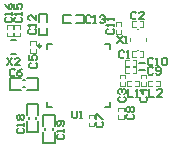
<source format=gto>
G04*
G04 #@! TF.GenerationSoftware,Altium Limited,Altium Designer,19.0.15 (446)*
G04*
G04 Layer_Color=65535*
%FSLAX24Y24*%
%MOIN*%
G70*
G01*
G75*
%ADD10C,0.0098*%
%ADD11C,0.0060*%
%ADD12C,0.0049*%
%ADD13C,0.0079*%
%ADD14C,0.0059*%
%ADD15C,0.0050*%
D10*
X-1250Y984D02*
G03*
X-1250Y984I-49J0D01*
G01*
D11*
X2010Y415D02*
X2220D01*
X2010Y185D02*
X2220D01*
X-522Y1738D02*
Y2014D01*
X187Y1738D02*
Y2014D01*
X-69Y1738D02*
X187D01*
X-522D02*
X-266D01*
X-69Y2014D02*
X187D01*
X-522D02*
X-266D01*
X-2274Y-79D02*
X-1909D01*
X-1713D02*
X-1348D01*
X-2274Y-472D02*
X-1909D01*
X-1713D02*
X-1348D01*
Y-79D01*
X-2274Y-472D02*
Y-79D01*
X-1043Y1791D02*
Y2047D01*
Y1339D02*
Y1594D01*
X-1319Y1791D02*
Y2047D01*
Y1339D02*
Y1594D01*
Y1339D02*
X-1043D01*
X-1319Y2047D02*
X-1043D01*
X-1732Y-1880D02*
Y-1516D01*
Y-1319D02*
Y-955D01*
X-1339Y-1880D02*
Y-1516D01*
Y-1319D02*
Y-955D01*
X-1732D02*
X-1339D01*
X-1732Y-1880D02*
X-1339D01*
X-1181Y-2234D02*
Y-1870D01*
Y-1673D02*
Y-1309D01*
X-787Y-2234D02*
Y-1870D01*
Y-1673D02*
Y-1309D01*
X-1181D02*
X-787D01*
X-1181Y-2234D02*
X-787D01*
D12*
X1547Y98D02*
Y272D01*
X1933Y98D02*
Y272D01*
X1809Y98D02*
X1933D01*
X1547D02*
X1671D01*
X1809Y272D02*
X1933D01*
X1547D02*
X1671D01*
X1809Y328D02*
X1933D01*
X1547D02*
X1671D01*
X1809Y502D02*
X1933D01*
X1547D02*
X1671D01*
X1547Y328D02*
Y502D01*
X1933Y328D02*
X1933Y502D01*
X1425Y1778D02*
X1425Y1654D01*
Y1392D02*
Y1516D01*
X1252Y1654D02*
Y1778D01*
Y1392D02*
Y1516D01*
Y1392D02*
X1425D01*
X1252Y1778D02*
X1425D01*
X1777Y802D02*
X1901D01*
X2039D02*
X2163D01*
X1777Y628D02*
X1901D01*
X2039D02*
X2163D01*
Y802D01*
X1777Y628D02*
Y802D01*
X1962Y859D02*
X1978Y859D01*
X1702Y1166D02*
Y1244D01*
X1962Y1551D02*
X1978D01*
X2238Y1166D02*
X2238Y1244D01*
X2039Y1628D02*
X2163Y1628D01*
X1777D02*
X1901Y1628D01*
X2039Y1802D02*
X2163Y1802D01*
X1777Y1802D02*
X1901D01*
X1777Y1628D02*
Y1802D01*
X2163Y1628D02*
Y1802D01*
X2713Y-362D02*
Y-189D01*
X2327Y-362D02*
Y-189D01*
X2451D01*
X2589D02*
X2713D01*
X2327Y-362D02*
X2451D01*
X2589D02*
X2713D01*
X337Y-1689D02*
Y-1565D01*
Y-1427D02*
Y-1303D01*
X510Y-1689D02*
Y-1565D01*
Y-1427D02*
Y-1303D01*
X337D02*
X510D01*
X337Y-1689D02*
X510D01*
X1331Y-1453D02*
Y-1329D01*
Y-1191D02*
Y-1067D01*
X1504Y-1453D02*
Y-1329D01*
Y-1191D02*
Y-1067D01*
X1331D02*
X1504D01*
X1331Y-1453D02*
X1504D01*
X-1429Y1024D02*
Y1148D01*
Y762D02*
Y886D01*
X-1602Y1024D02*
Y1148D01*
Y762D02*
Y886D01*
Y762D02*
X-1429D01*
X-1602Y1148D02*
X-1429D01*
X1370Y-350D02*
Y-226D01*
Y-89D02*
Y35D01*
X1543Y-350D02*
Y-226D01*
Y-89D02*
Y35D01*
X1370D02*
X1543D01*
X1370Y-350D02*
X1543D01*
X2004Y-362D02*
Y-189D01*
X1618Y-362D02*
Y-189D01*
X1742D01*
X1880D02*
X2004D01*
X1618Y-362D02*
X1742D01*
X1880D02*
X2004D01*
X-2197Y1565D02*
Y1689D01*
Y1303D02*
Y1427D01*
X-2370Y1565D02*
Y1689D01*
Y1303D02*
Y1427D01*
Y1303D02*
X-2197D01*
X-2370Y1689D02*
X-2197D01*
X-1961Y1565D02*
Y1689D01*
Y1303D02*
Y1427D01*
X-2134Y1565D02*
Y1689D01*
Y1303D02*
Y1427D01*
Y1303D02*
X-1961D01*
X-2134Y1689D02*
X-1961D01*
X2079Y-350D02*
Y-226D01*
Y-89D02*
Y35D01*
X2252Y-350D02*
Y-226D01*
Y-89D02*
Y35D01*
X2079D02*
X2252D01*
X2079Y-350D02*
X2252D01*
D13*
X-2260Y709D02*
X-2071D01*
X-2260Y1181D02*
X-2071D01*
X-1850Y-157D02*
X-1772D01*
X-1850Y-394D02*
X-1772D01*
X-1654Y-1457D02*
Y-1378D01*
X-1417Y-1457D02*
Y-1378D01*
X-1102Y-1811D02*
Y-1732D01*
X-866Y-1811D02*
Y-1732D01*
D14*
X-1043Y-1043D02*
X-896D01*
X-1043D02*
Y-896D01*
X896Y-1043D02*
X1043D01*
Y-896D01*
Y896D02*
Y1043D01*
X896D02*
X1043D01*
X-1043D02*
X-896D01*
X-1043Y896D02*
Y1043D01*
D15*
X973Y1554D02*
X931Y1513D01*
Y1429D01*
X973Y1388D01*
X1139D01*
X1181Y1429D01*
Y1513D01*
X1139Y1554D01*
X1181Y1638D02*
Y1721D01*
Y1679D01*
X931D01*
X973Y1638D01*
X1181Y1846D02*
Y1929D01*
Y1888D01*
X931D01*
X973Y1846D01*
X2487Y548D02*
X2445Y590D01*
X2362D01*
X2320Y548D01*
Y382D01*
X2362Y340D01*
X2445D01*
X2487Y382D01*
X2570Y340D02*
X2653D01*
X2612D01*
Y590D01*
X2570Y548D01*
X2778D02*
X2820Y590D01*
X2903D01*
X2945Y548D01*
Y382D01*
X2903Y340D01*
X2820D01*
X2778Y382D01*
Y548D01*
X1527Y798D02*
X1485Y840D01*
X1402D01*
X1360Y798D01*
Y632D01*
X1402Y590D01*
X1485D01*
X1527Y632D01*
X1610Y590D02*
X1693D01*
X1652D01*
Y840D01*
X1610Y798D01*
X1300Y1330D02*
X1467Y1080D01*
Y1330D02*
X1300Y1080D01*
X1550D02*
X1633D01*
X1592D01*
Y1330D01*
X1550Y1288D01*
X1927Y2078D02*
X1885Y2120D01*
X1802D01*
X1760Y2078D01*
Y1912D01*
X1802Y1870D01*
X1885D01*
X1927Y1912D01*
X2177Y1870D02*
X2010D01*
X2177Y2037D01*
Y2078D01*
X2135Y2120D01*
X2052D01*
X2010Y2078D01*
X2487Y238D02*
X2445Y280D01*
X2362D01*
X2320Y238D01*
Y72D01*
X2362Y30D01*
X2445D01*
X2487Y72D01*
X2570D02*
X2612Y30D01*
X2695D01*
X2737Y72D01*
Y238D01*
X2695Y280D01*
X2612D01*
X2570Y238D01*
Y197D01*
X2612Y155D01*
X2737D01*
X413Y1960D02*
X371Y2002D01*
X288D01*
X246Y1960D01*
Y1794D01*
X288Y1752D01*
X371D01*
X413Y1794D01*
X496Y1752D02*
X579D01*
X538D01*
Y2002D01*
X496Y1960D01*
X704D02*
X746Y2002D01*
X829D01*
X871Y1960D01*
Y1919D01*
X829Y1877D01*
X788D01*
X829D01*
X871Y1835D01*
Y1794D01*
X829Y1752D01*
X746D01*
X704Y1794D01*
X2362Y-449D02*
Y-699D01*
X2529D01*
X2779D02*
X2612D01*
X2779Y-532D01*
Y-491D01*
X2737Y-449D01*
X2654D01*
X2612Y-491D01*
X-681Y-1959D02*
X-722Y-2001D01*
Y-2084D01*
X-681Y-2126D01*
X-514D01*
X-472Y-2084D01*
Y-2001D01*
X-514Y-1959D01*
X-472Y-1876D02*
Y-1793D01*
Y-1834D01*
X-722D01*
X-681Y-1876D01*
X-514Y-1668D02*
X-472Y-1626D01*
Y-1543D01*
X-514Y-1501D01*
X-681D01*
X-722Y-1543D01*
Y-1626D01*
X-681Y-1668D01*
X-639D01*
X-597Y-1626D01*
Y-1501D01*
X-2019Y-1763D02*
X-2061Y-1804D01*
Y-1887D01*
X-2019Y-1929D01*
X-1853D01*
X-1811Y-1887D01*
Y-1804D01*
X-1853Y-1763D01*
X-1811Y-1679D02*
Y-1596D01*
Y-1638D01*
X-2061D01*
X-2019Y-1679D01*
Y-1471D02*
X-2061Y-1429D01*
Y-1346D01*
X-2019Y-1304D01*
X-1978D01*
X-1936Y-1346D01*
X-1894Y-1304D01*
X-1853D01*
X-1811Y-1346D01*
Y-1429D01*
X-1853Y-1471D01*
X-1894D01*
X-1936Y-1429D01*
X-1978Y-1471D01*
X-2019D01*
X-1936Y-1429D02*
Y-1346D01*
X-1626Y1545D02*
X-1667Y1503D01*
Y1420D01*
X-1626Y1378D01*
X-1459D01*
X-1417Y1420D01*
Y1503D01*
X-1459Y1545D01*
X-1417Y1628D02*
Y1711D01*
Y1670D01*
X-1667D01*
X-1626Y1628D01*
X-1417Y2003D02*
Y1836D01*
X-1584Y2003D01*
X-1626D01*
X-1667Y1961D01*
Y1878D01*
X-1626Y1836D01*
X2075Y-700D02*
X2034Y-741D01*
Y-824D01*
X2075Y-866D01*
X2242D01*
X2283Y-824D01*
Y-741D01*
X2242Y-700D01*
X2283Y-491D02*
X2034D01*
X2159Y-616D01*
Y-450D01*
X-1596Y423D02*
X-1638Y381D01*
Y298D01*
X-1596Y256D01*
X-1429D01*
X-1388Y298D01*
Y381D01*
X-1429Y423D01*
X-1638Y672D02*
Y506D01*
X-1513D01*
X-1554Y589D01*
Y631D01*
X-1513Y672D01*
X-1429D01*
X-1388Y631D01*
Y547D01*
X-1429Y506D01*
X619Y-1536D02*
X577Y-1578D01*
Y-1661D01*
X619Y-1703D01*
X785D01*
X827Y-1661D01*
Y-1578D01*
X785Y-1536D01*
X577Y-1453D02*
Y-1286D01*
X619D01*
X785Y-1453D01*
X827D01*
X1642Y-1290D02*
X1600Y-1332D01*
Y-1415D01*
X1642Y-1457D01*
X1809D01*
X1850Y-1415D01*
Y-1332D01*
X1809Y-1290D01*
X1642Y-1207D02*
X1600Y-1165D01*
Y-1082D01*
X1642Y-1040D01*
X1684D01*
X1725Y-1082D01*
X1767Y-1040D01*
X1809D01*
X1850Y-1082D01*
Y-1165D01*
X1809Y-1207D01*
X1767D01*
X1725Y-1165D01*
X1684Y-1207D01*
X1642D01*
X1725Y-1165D02*
Y-1082D01*
X-2117Y189D02*
X-2159Y230D01*
X-2242D01*
X-2283Y189D01*
Y22D01*
X-2242Y-20D01*
X-2159D01*
X-2117Y22D01*
X-1867Y230D02*
X-1950Y189D01*
X-2034Y105D01*
Y22D01*
X-1992Y-20D01*
X-1909D01*
X-1867Y22D01*
Y64D01*
X-1909Y105D01*
X-2034D01*
X-207Y-1177D02*
Y-1386D01*
X-165Y-1427D01*
X-82D01*
X-40Y-1386D01*
Y-1177D01*
X43Y-1427D02*
X127D01*
X85D01*
Y-1177D01*
X43Y-1219D01*
X-2382Y594D02*
X-2215Y344D01*
Y594D02*
X-2382Y344D01*
X-1965D02*
X-2132D01*
X-1965Y511D01*
Y553D01*
X-2007Y594D01*
X-2090D01*
X-2132Y553D01*
X-2413Y1938D02*
X-2455Y1897D01*
Y1813D01*
X-2413Y1772D01*
X-2246D01*
X-2205Y1813D01*
Y1897D01*
X-2246Y1938D01*
X-2205Y2022D02*
Y2105D01*
Y2063D01*
X-2455D01*
X-2413Y2022D01*
X-2455Y2396D02*
X-2413Y2313D01*
X-2330Y2230D01*
X-2246D01*
X-2205Y2271D01*
Y2355D01*
X-2246Y2396D01*
X-2288D01*
X-2330Y2355D01*
Y2230D01*
X-2098Y1938D02*
X-2140Y1897D01*
Y1813D01*
X-2098Y1772D01*
X-1931D01*
X-1890Y1813D01*
Y1897D01*
X-1931Y1938D01*
X-1890Y2022D02*
Y2105D01*
Y2063D01*
X-2140D01*
X-2098Y2022D01*
X-2140Y2396D02*
Y2230D01*
X-2015D01*
X-2056Y2313D01*
Y2355D01*
X-2015Y2396D01*
X-1931D01*
X-1890Y2355D01*
Y2271D01*
X-1931Y2230D01*
X1367Y-700D02*
X1325Y-741D01*
Y-824D01*
X1367Y-866D01*
X1533D01*
X1575Y-824D01*
Y-741D01*
X1533Y-700D01*
X1367Y-616D02*
X1325Y-575D01*
Y-491D01*
X1367Y-450D01*
X1408D01*
X1450Y-491D01*
Y-533D01*
Y-491D01*
X1491Y-450D01*
X1533D01*
X1575Y-491D01*
Y-575D01*
X1533Y-616D01*
X1654Y-459D02*
Y-709D01*
X1820D01*
X1903D02*
X1987D01*
X1945D01*
Y-459D01*
X1903Y-500D01*
M02*

</source>
